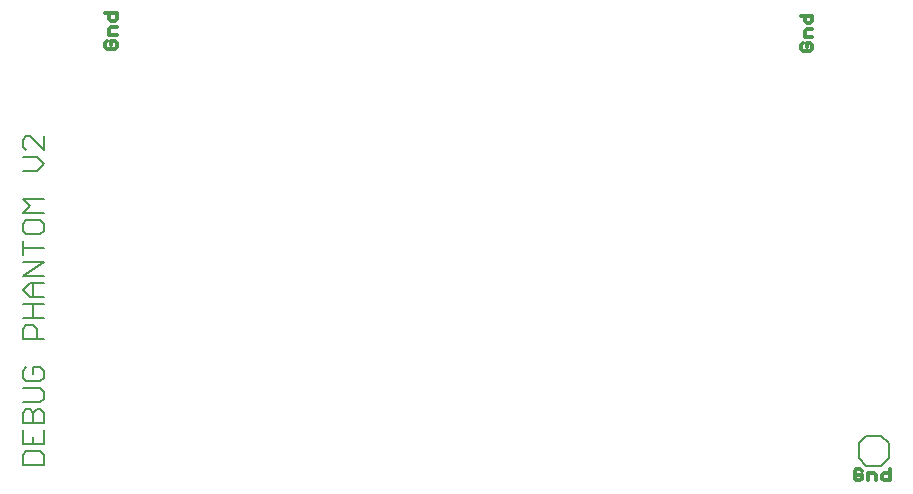
<source format=gto>
G75*
%MOIN*%
%OFA0B0*%
%FSLAX25Y25*%
%IPPOS*%
%LPD*%
%AMOC8*
5,1,8,0,0,1.08239X$1,22.5*
%
%ADD10C,0.01200*%
%ADD11C,0.00600*%
D10*
X0049935Y0152458D02*
X0052471Y0152458D01*
X0053105Y0153092D01*
X0053105Y0154360D01*
X0052471Y0154993D01*
X0051203Y0154993D01*
X0051203Y0153726D01*
X0049935Y0154993D02*
X0049301Y0154360D01*
X0049301Y0153092D01*
X0049935Y0152458D01*
X0050569Y0157062D02*
X0050569Y0158963D01*
X0051203Y0159597D01*
X0053105Y0159597D01*
X0052471Y0161666D02*
X0051203Y0161666D01*
X0050569Y0162300D01*
X0050569Y0164201D01*
X0049301Y0164201D02*
X0053105Y0164201D01*
X0053105Y0162300D01*
X0052471Y0161666D01*
X0053105Y0157062D02*
X0050569Y0157062D01*
X0281191Y0153572D02*
X0281191Y0152304D01*
X0281825Y0151670D01*
X0284361Y0151670D01*
X0284994Y0152304D01*
X0284994Y0153572D01*
X0284361Y0154206D01*
X0283093Y0154206D01*
X0283093Y0152938D01*
X0281825Y0154206D02*
X0281191Y0153572D01*
X0282459Y0156274D02*
X0282459Y0158176D01*
X0283093Y0158810D01*
X0284994Y0158810D01*
X0284361Y0160878D02*
X0283093Y0160878D01*
X0282459Y0161512D01*
X0282459Y0163414D01*
X0281191Y0163414D02*
X0284994Y0163414D01*
X0284994Y0161512D01*
X0284361Y0160878D01*
X0284994Y0156274D02*
X0282459Y0156274D01*
X0299686Y0012301D02*
X0299052Y0011667D01*
X0299052Y0009132D01*
X0299686Y0008498D01*
X0300954Y0008498D01*
X0301588Y0009132D01*
X0301588Y0010399D01*
X0300320Y0010399D01*
X0301588Y0011667D02*
X0300954Y0012301D01*
X0299686Y0012301D01*
X0303656Y0011033D02*
X0305558Y0011033D01*
X0306192Y0010399D01*
X0306192Y0008498D01*
X0308260Y0009132D02*
X0308894Y0008498D01*
X0310796Y0008498D01*
X0310796Y0012301D01*
X0310796Y0011033D02*
X0308894Y0011033D01*
X0308260Y0010399D01*
X0308260Y0009132D01*
X0303656Y0008498D02*
X0303656Y0011033D01*
D11*
X0021753Y0013611D02*
X0021753Y0017114D01*
X0022921Y0018282D01*
X0027591Y0018282D01*
X0028759Y0017114D01*
X0028759Y0013611D01*
X0021753Y0013611D01*
X0021753Y0020609D02*
X0028759Y0020609D01*
X0028759Y0025280D01*
X0028759Y0027607D02*
X0028759Y0031110D01*
X0027591Y0032278D01*
X0026424Y0032278D01*
X0025256Y0031110D01*
X0025256Y0027607D01*
X0021753Y0027607D02*
X0021753Y0031110D01*
X0022921Y0032278D01*
X0024088Y0032278D01*
X0025256Y0031110D01*
X0028759Y0027607D02*
X0021753Y0027607D01*
X0021753Y0025280D02*
X0021753Y0020609D01*
X0025256Y0020609D02*
X0025256Y0022944D01*
X0027591Y0034605D02*
X0021753Y0034605D01*
X0021753Y0039276D02*
X0027591Y0039276D01*
X0028759Y0038108D01*
X0028759Y0035773D01*
X0027591Y0034605D01*
X0027591Y0041603D02*
X0022921Y0041603D01*
X0021753Y0042771D01*
X0021753Y0045106D01*
X0022921Y0046274D01*
X0025256Y0046274D02*
X0025256Y0043938D01*
X0025256Y0046274D02*
X0027591Y0046274D01*
X0028759Y0045106D01*
X0028759Y0042771D01*
X0027591Y0041603D01*
X0026424Y0055599D02*
X0026424Y0059102D01*
X0025256Y0060270D01*
X0022921Y0060270D01*
X0021753Y0059102D01*
X0021753Y0055599D01*
X0028759Y0055599D01*
X0028759Y0062597D02*
X0021753Y0062597D01*
X0025256Y0062597D02*
X0025256Y0067267D01*
X0025256Y0069595D02*
X0025256Y0074265D01*
X0024088Y0074265D02*
X0028759Y0074265D01*
X0028759Y0076593D02*
X0021753Y0076593D01*
X0028759Y0081263D01*
X0021753Y0081263D01*
X0021753Y0083591D02*
X0021753Y0088261D01*
X0021753Y0085926D02*
X0028759Y0085926D01*
X0027591Y0090589D02*
X0022921Y0090589D01*
X0021753Y0091756D01*
X0021753Y0094092D01*
X0022921Y0095259D01*
X0027591Y0095259D01*
X0028759Y0094092D01*
X0028759Y0091756D01*
X0027591Y0090589D01*
X0028759Y0097587D02*
X0021753Y0097587D01*
X0024088Y0099922D01*
X0021753Y0102257D01*
X0028759Y0102257D01*
X0026424Y0111583D02*
X0021753Y0111583D01*
X0021753Y0116253D02*
X0026424Y0116253D01*
X0028759Y0113918D01*
X0026424Y0111583D01*
X0028759Y0118581D02*
X0024088Y0123251D01*
X0022921Y0123251D01*
X0021753Y0122084D01*
X0021753Y0119748D01*
X0022921Y0118581D01*
X0028759Y0118581D02*
X0028759Y0123251D01*
X0024088Y0074265D02*
X0021753Y0071930D01*
X0024088Y0069595D01*
X0028759Y0069595D01*
X0028759Y0067267D02*
X0021753Y0067267D01*
X0300457Y0020851D02*
X0300457Y0015851D01*
X0302957Y0013351D01*
X0307957Y0013351D01*
X0310457Y0015851D01*
X0310457Y0020851D01*
X0307957Y0023351D01*
X0302957Y0023351D01*
X0300457Y0020851D01*
M02*

</source>
